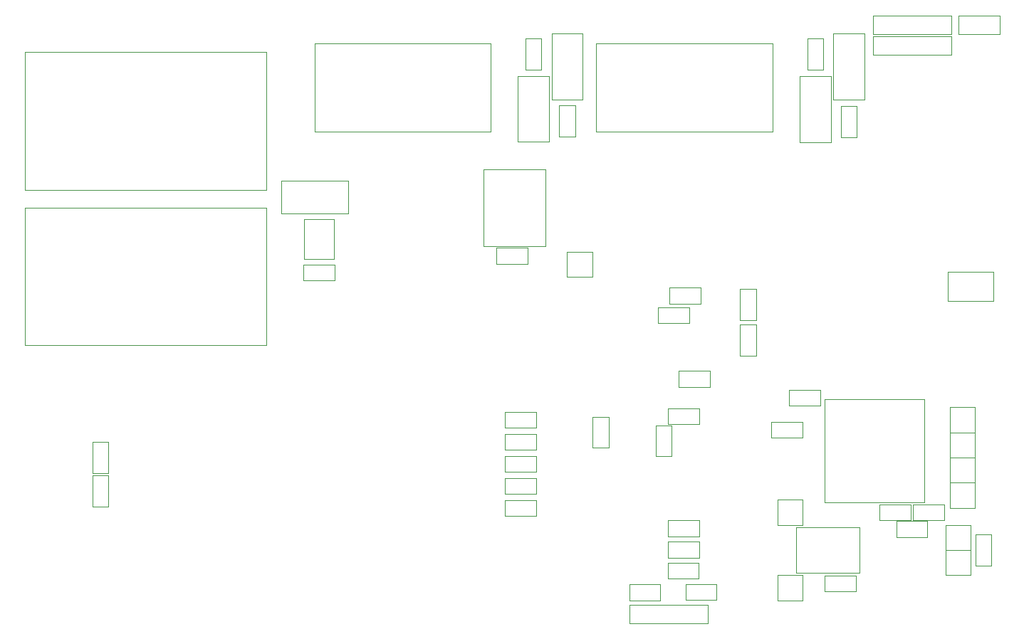
<source format=gbr>
G04 #@! TF.GenerationSoftware,KiCad,Pcbnew,5.1.4*
G04 #@! TF.CreationDate,2019-10-26T00:18:29-03:00*
G04 #@! TF.ProjectId,MCB19,4d434231-392e-46b6-9963-61645f706362,rev?*
G04 #@! TF.SameCoordinates,Original*
G04 #@! TF.FileFunction,Other,User*
%FSLAX46Y46*%
G04 Gerber Fmt 4.6, Leading zero omitted, Abs format (unit mm)*
G04 Created by KiCad (PCBNEW 5.1.4) date 2019-10-26 00:18:29*
%MOMM*%
%LPD*%
G04 APERTURE LIST*
%ADD10C,0.050000*%
G04 APERTURE END LIST*
D10*
X208579000Y-112866000D02*
X208579000Y-100566000D01*
X220479000Y-112866000D02*
X220479000Y-100566000D01*
X208579000Y-112866000D02*
X220479000Y-112866000D01*
X208579000Y-100566000D02*
X220479000Y-100566000D01*
X174325000Y-107300000D02*
X170625000Y-107300000D01*
X174325000Y-109200000D02*
X174325000Y-107300000D01*
X170625000Y-109200000D02*
X174325000Y-109200000D01*
X170625000Y-107300000D02*
X170625000Y-109200000D01*
X169625000Y-84450000D02*
X173325000Y-84450000D01*
X169625000Y-82550000D02*
X169625000Y-84450000D01*
X173325000Y-82550000D02*
X169625000Y-82550000D01*
X173325000Y-84450000D02*
X173325000Y-82550000D01*
X146650000Y-86450000D02*
X150350000Y-86450000D01*
X146650000Y-84550000D02*
X146650000Y-86450000D01*
X150350000Y-84550000D02*
X146650000Y-84550000D01*
X150350000Y-86450000D02*
X150350000Y-84550000D01*
X150300000Y-83900000D02*
X150300000Y-79100000D01*
X150300000Y-79100000D02*
X146700000Y-79100000D01*
X146700000Y-79100000D02*
X146700000Y-83900000D01*
X146700000Y-83900000D02*
X150300000Y-83900000D01*
X113500000Y-59250000D02*
X142280000Y-59250000D01*
X142280000Y-59250000D02*
X142280000Y-75650000D01*
X142280000Y-75650000D02*
X113500000Y-75650000D01*
X113500000Y-75650000D02*
X113500000Y-59250000D01*
X113500000Y-77750000D02*
X142280000Y-77750000D01*
X142280000Y-77750000D02*
X142280000Y-94150000D01*
X142280000Y-94150000D02*
X113500000Y-94150000D01*
X113500000Y-94150000D02*
X113500000Y-77750000D01*
X175450000Y-82330000D02*
X168050000Y-82330000D01*
X175450000Y-73170000D02*
X175450000Y-82330000D01*
X168050000Y-73170000D02*
X175450000Y-73170000D01*
X168050000Y-82330000D02*
X168050000Y-73170000D01*
X121550000Y-109625000D02*
X121550000Y-113325000D01*
X123450000Y-109625000D02*
X121550000Y-109625000D01*
X123450000Y-113325000D02*
X123450000Y-109625000D01*
X121550000Y-113325000D02*
X123450000Y-113325000D01*
X123450000Y-109350000D02*
X123450000Y-105650000D01*
X121550000Y-109350000D02*
X123450000Y-109350000D01*
X121550000Y-105650000D02*
X121550000Y-109350000D01*
X123450000Y-105650000D02*
X121550000Y-105650000D01*
X144000000Y-78420000D02*
X152000000Y-78420000D01*
X144000000Y-74580000D02*
X144000000Y-78420000D01*
X152000000Y-74580000D02*
X144000000Y-74580000D01*
X152000000Y-78420000D02*
X152000000Y-74580000D01*
X174325000Y-104675000D02*
X170625000Y-104675000D01*
X174325000Y-106575000D02*
X174325000Y-104675000D01*
X170625000Y-106575000D02*
X174325000Y-106575000D01*
X170625000Y-104675000D02*
X170625000Y-106575000D01*
X170625000Y-114450000D02*
X174325000Y-114450000D01*
X170625000Y-112550000D02*
X170625000Y-114450000D01*
X174325000Y-112550000D02*
X170625000Y-112550000D01*
X174325000Y-114450000D02*
X174325000Y-112550000D01*
X174325000Y-102050000D02*
X170625000Y-102050000D01*
X174325000Y-103950000D02*
X174325000Y-102050000D01*
X170625000Y-103950000D02*
X174325000Y-103950000D01*
X170625000Y-102050000D02*
X170625000Y-103950000D01*
X170625000Y-111825000D02*
X174325000Y-111825000D01*
X170625000Y-109925000D02*
X170625000Y-111825000D01*
X174325000Y-109925000D02*
X170625000Y-109925000D01*
X174325000Y-111825000D02*
X174325000Y-109925000D01*
X210550000Y-65675000D02*
X210550000Y-69375000D01*
X212450000Y-65675000D02*
X210550000Y-65675000D01*
X212450000Y-69375000D02*
X212450000Y-65675000D01*
X210550000Y-69375000D02*
X212450000Y-69375000D01*
X208450000Y-57650000D02*
X206550000Y-57650000D01*
X206550000Y-57650000D02*
X206550000Y-61350000D01*
X206550000Y-61350000D02*
X208450000Y-61350000D01*
X208450000Y-61350000D02*
X208450000Y-57650000D01*
X205650000Y-62130000D02*
X205650000Y-69970000D01*
X209350000Y-62130000D02*
X205650000Y-62130000D01*
X209350000Y-69970000D02*
X209350000Y-62130000D01*
X205650000Y-69970000D02*
X209350000Y-69970000D01*
X213350000Y-57030000D02*
X209650000Y-57030000D01*
X209650000Y-57030000D02*
X209650000Y-64870000D01*
X209650000Y-64870000D02*
X213350000Y-64870000D01*
X213350000Y-64870000D02*
X213350000Y-57030000D01*
X214350000Y-59600000D02*
X223650000Y-59600000D01*
X223650000Y-59600000D02*
X223650000Y-57400000D01*
X223650000Y-57400000D02*
X214350000Y-57400000D01*
X214350000Y-57400000D02*
X214350000Y-59600000D01*
X181474000Y-58250000D02*
X202434000Y-58250000D01*
X202434000Y-58250000D02*
X202434000Y-68750000D01*
X202434000Y-68750000D02*
X181474000Y-68750000D01*
X181474000Y-68750000D02*
X181474000Y-58250000D01*
X193650000Y-121900000D02*
X193650000Y-120000000D01*
X193650000Y-120000000D02*
X189950000Y-120000000D01*
X189950000Y-120000000D02*
X189950000Y-121900000D01*
X189950000Y-121900000D02*
X193650000Y-121900000D01*
X198550000Y-95375000D02*
X200450000Y-95375000D01*
X200450000Y-95375000D02*
X200450000Y-91675000D01*
X200450000Y-91675000D02*
X198550000Y-91675000D01*
X198550000Y-91675000D02*
X198550000Y-95375000D01*
X193850000Y-89200000D02*
X193850000Y-87300000D01*
X193850000Y-87300000D02*
X190150000Y-87300000D01*
X190150000Y-87300000D02*
X190150000Y-89200000D01*
X190150000Y-89200000D02*
X193850000Y-89200000D01*
X188825000Y-89600000D02*
X188825000Y-91500000D01*
X188825000Y-91500000D02*
X192525000Y-91500000D01*
X192525000Y-91500000D02*
X192525000Y-89600000D01*
X192525000Y-89600000D02*
X188825000Y-89600000D01*
X179850000Y-57030000D02*
X176150000Y-57030000D01*
X176150000Y-57030000D02*
X176150000Y-64870000D01*
X176150000Y-64870000D02*
X179850000Y-64870000D01*
X179850000Y-64870000D02*
X179850000Y-57030000D01*
X172150000Y-62080000D02*
X172150000Y-69920000D01*
X175850000Y-62080000D02*
X172150000Y-62080000D01*
X175850000Y-69920000D02*
X175850000Y-62080000D01*
X172150000Y-69920000D02*
X175850000Y-69920000D01*
X147974000Y-68750000D02*
X147974000Y-58250000D01*
X168934000Y-68750000D02*
X147974000Y-68750000D01*
X168934000Y-58250000D02*
X168934000Y-68750000D01*
X147974000Y-58250000D02*
X168934000Y-58250000D01*
X223250000Y-85400000D02*
X223250000Y-88900000D01*
X228650000Y-85400000D02*
X223250000Y-85400000D01*
X228650000Y-88900000D02*
X228650000Y-85400000D01*
X223250000Y-88900000D02*
X228650000Y-88900000D01*
X224550000Y-54880000D02*
X224550000Y-57120000D01*
X224550000Y-57120000D02*
X229450000Y-57120000D01*
X229450000Y-57120000D02*
X229450000Y-54880000D01*
X229450000Y-54880000D02*
X224550000Y-54880000D01*
X200450000Y-87415000D02*
X198550000Y-87415000D01*
X198550000Y-87415000D02*
X198550000Y-91115000D01*
X198550000Y-91115000D02*
X200450000Y-91115000D01*
X200450000Y-91115000D02*
X200450000Y-87415000D01*
X218850000Y-114950000D02*
X218850000Y-113050000D01*
X218850000Y-113050000D02*
X215150000Y-113050000D01*
X215150000Y-113050000D02*
X215150000Y-114950000D01*
X215150000Y-114950000D02*
X218850000Y-114950000D01*
X205974000Y-105126000D02*
X205974000Y-103226000D01*
X205974000Y-103226000D02*
X202274000Y-103226000D01*
X202274000Y-103226000D02*
X202274000Y-105126000D01*
X202274000Y-105126000D02*
X205974000Y-105126000D01*
X204424000Y-99416000D02*
X204424000Y-101316000D01*
X204424000Y-101316000D02*
X208124000Y-101316000D01*
X208124000Y-101316000D02*
X208124000Y-99416000D01*
X208124000Y-99416000D02*
X204424000Y-99416000D01*
X220850000Y-116950000D02*
X220850000Y-115050000D01*
X220850000Y-115050000D02*
X217150000Y-115050000D01*
X217150000Y-115050000D02*
X217150000Y-116950000D01*
X217150000Y-116950000D02*
X220850000Y-116950000D01*
X188550000Y-107350000D02*
X190450000Y-107350000D01*
X190450000Y-107350000D02*
X190450000Y-103650000D01*
X190450000Y-103650000D02*
X188550000Y-103650000D01*
X188550000Y-103650000D02*
X188550000Y-107350000D01*
X181050000Y-106350000D02*
X182950000Y-106350000D01*
X182950000Y-106350000D02*
X182950000Y-102650000D01*
X182950000Y-102650000D02*
X181050000Y-102650000D01*
X181050000Y-102650000D02*
X181050000Y-106350000D01*
X191246000Y-97174000D02*
X191246000Y-99074000D01*
X191246000Y-99074000D02*
X194946000Y-99074000D01*
X194946000Y-99074000D02*
X194946000Y-97174000D01*
X194946000Y-97174000D02*
X191246000Y-97174000D01*
X193676000Y-103519000D02*
X193676000Y-101619000D01*
X193676000Y-101619000D02*
X189976000Y-101619000D01*
X189976000Y-101619000D02*
X189976000Y-103519000D01*
X189976000Y-103519000D02*
X193676000Y-103519000D01*
X189100000Y-124500000D02*
X189100000Y-122600000D01*
X189100000Y-122600000D02*
X185400000Y-122600000D01*
X185400000Y-122600000D02*
X185400000Y-124500000D01*
X185400000Y-124500000D02*
X189100000Y-124500000D01*
X174950000Y-57650000D02*
X173050000Y-57650000D01*
X173050000Y-57650000D02*
X173050000Y-61350000D01*
X173050000Y-61350000D02*
X174950000Y-61350000D01*
X174950000Y-61350000D02*
X174950000Y-57650000D01*
X177050000Y-69325000D02*
X178950000Y-69325000D01*
X178950000Y-69325000D02*
X178950000Y-65625000D01*
X178950000Y-65625000D02*
X177050000Y-65625000D01*
X177050000Y-65625000D02*
X177050000Y-69325000D01*
X194700000Y-125050000D02*
X185400000Y-125050000D01*
X185400000Y-125050000D02*
X185400000Y-127250000D01*
X185400000Y-127250000D02*
X194700000Y-127250000D01*
X194700000Y-127250000D02*
X194700000Y-125050000D01*
X214350000Y-57100000D02*
X223650000Y-57100000D01*
X223650000Y-57100000D02*
X223650000Y-54900000D01*
X223650000Y-54900000D02*
X214350000Y-54900000D01*
X214350000Y-54900000D02*
X214350000Y-57100000D01*
X205270000Y-121200000D02*
X205270000Y-115800000D01*
X212730000Y-121200000D02*
X212730000Y-115800000D01*
X205270000Y-121200000D02*
X212730000Y-121200000D01*
X205270000Y-115800000D02*
X212730000Y-115800000D01*
X219150000Y-113050000D02*
X219150000Y-114950000D01*
X219150000Y-114950000D02*
X222850000Y-114950000D01*
X222850000Y-114950000D02*
X222850000Y-113050000D01*
X222850000Y-113050000D02*
X219150000Y-113050000D01*
X212350000Y-123450000D02*
X212350000Y-121550000D01*
X212350000Y-121550000D02*
X208650000Y-121550000D01*
X208650000Y-121550000D02*
X208650000Y-123450000D01*
X208650000Y-123450000D02*
X212350000Y-123450000D01*
X228450000Y-116650000D02*
X226550000Y-116650000D01*
X226550000Y-116650000D02*
X226550000Y-120350000D01*
X226550000Y-120350000D02*
X228450000Y-120350000D01*
X228450000Y-120350000D02*
X228450000Y-116650000D01*
X192070000Y-122550000D02*
X192070000Y-124450000D01*
X192070000Y-124450000D02*
X195770000Y-124450000D01*
X195770000Y-124450000D02*
X195770000Y-122550000D01*
X195770000Y-122550000D02*
X192070000Y-122550000D01*
X189976000Y-117494000D02*
X189976000Y-119394000D01*
X189976000Y-119394000D02*
X193676000Y-119394000D01*
X193676000Y-119394000D02*
X193676000Y-117494000D01*
X193676000Y-117494000D02*
X189976000Y-117494000D01*
X189976000Y-114954000D02*
X189976000Y-116854000D01*
X189976000Y-116854000D02*
X193676000Y-116854000D01*
X193676000Y-116854000D02*
X193676000Y-114954000D01*
X193676000Y-114954000D02*
X189976000Y-114954000D01*
X223500000Y-110500000D02*
X223500000Y-113500000D01*
X223500000Y-110500000D02*
X226500000Y-110500000D01*
X226500000Y-113500000D02*
X223500000Y-113500000D01*
X226500000Y-113500000D02*
X226500000Y-110500000D01*
X223500000Y-101500000D02*
X223500000Y-104500000D01*
X223500000Y-101500000D02*
X226500000Y-101500000D01*
X226500000Y-104500000D02*
X223500000Y-104500000D01*
X226500000Y-104500000D02*
X226500000Y-101500000D01*
X226000000Y-118500000D02*
X223000000Y-118500000D01*
X226000000Y-118500000D02*
X226000000Y-121500000D01*
X223000000Y-121500000D02*
X223000000Y-118500000D01*
X223000000Y-121500000D02*
X226000000Y-121500000D01*
X223000000Y-118500000D02*
X226000000Y-118500000D01*
X223000000Y-118500000D02*
X223000000Y-115500000D01*
X226000000Y-115500000D02*
X226000000Y-118500000D01*
X226000000Y-115500000D02*
X223000000Y-115500000D01*
X178000000Y-86000000D02*
X181000000Y-86000000D01*
X178000000Y-86000000D02*
X178000000Y-83000000D01*
X181000000Y-83000000D02*
X181000000Y-86000000D01*
X181000000Y-83000000D02*
X178000000Y-83000000D01*
X203000000Y-121500000D02*
X203000000Y-124500000D01*
X203000000Y-121500000D02*
X206000000Y-121500000D01*
X206000000Y-124500000D02*
X203000000Y-124500000D01*
X206000000Y-124500000D02*
X206000000Y-121500000D01*
X223500000Y-104500000D02*
X223500000Y-107500000D01*
X223500000Y-104500000D02*
X226500000Y-104500000D01*
X226500000Y-107500000D02*
X223500000Y-107500000D01*
X226500000Y-107500000D02*
X226500000Y-104500000D01*
X223500000Y-107500000D02*
X223500000Y-110500000D01*
X223500000Y-107500000D02*
X226500000Y-107500000D01*
X226500000Y-110500000D02*
X223500000Y-110500000D01*
X226500000Y-110500000D02*
X226500000Y-107500000D01*
X203000000Y-112500000D02*
X203000000Y-115500000D01*
X203000000Y-112500000D02*
X206000000Y-112500000D01*
X206000000Y-115500000D02*
X203000000Y-115500000D01*
X206000000Y-115500000D02*
X206000000Y-112500000D01*
M02*

</source>
